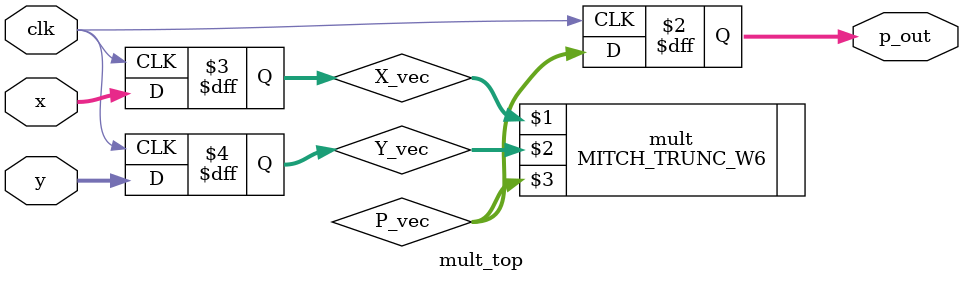
<source format=v>

module mult_top(
    // Clock and reset
    input clk,
    // Input X has a form x_i%d where %d denotes the bit number
    input  [15:0] x,
    // Input Y has a form y_i%d where %d denotes the bit number
    input  [15:0] y,
    // Output P has a form p_out%d where %d denotes the bit number
    output reg [31:0] p_out
    );

    
    // Now we have X_vec and Y_vec signal 
    // Then we do processing with these signals and store the 
    // intermidiate result in P_vec
    // For example purposes X_vec and Y_vec are concanated and stored in P_vec
    wire [31:0] P_vec;
    reg [15:0] X_vec;
    reg [15:0] Y_vec;
    
    MITCH_TRUNC_W6 mult(X_vec,Y_vec,P_vec); 

 
    always @(posedge clk) 
    begin
        p_out = P_vec;
        X_vec = x;
        Y_vec = y;
    end

endmodule 


</source>
